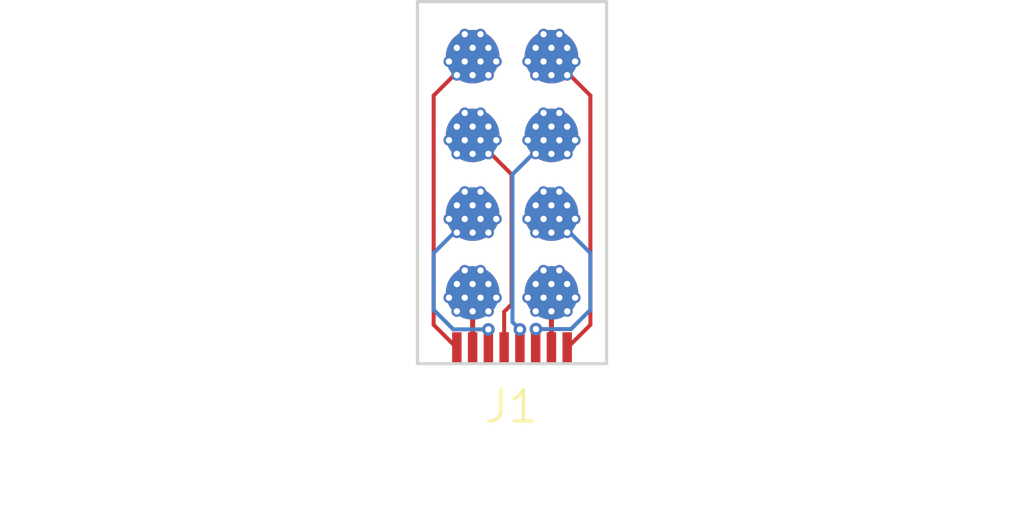
<source format=kicad_pcb>
(kicad_pcb (version 20241229) (generator "pcbnew") (generator_version "9.0")
  (layers (0 "F.Cu" signal) (2 "B.Cu" signal) (13 "F.Paste" user) (15 "B.Paste" user) (5 "F.SilkS" user "F.Silkscreen") (7 "B.SilkS" user "B.Silkscreen") (1 "F.Mask" user) (3 "B.Mask" user) (25 "Edge.Cuts" user))
  (net 0 "")
  (net 1 "Net-(J1-Pin_6)")
  (net 2 "Net-(J1-Pin_8)")
  (net 3 "Net-(J1-Pin_1)")
  (net 4 "Net-(J1-Pin_2)")
  (net 5 "Net-(J1-Pin_3)")
  (net 6 "Net-(J1-Pin_7)")
  (net 7 "Net-(J1-Pin_4)")
  (net 8 "Net-(J1-Pin_5)")
  (footprint "BrailleLibrary:Pump Pin" (layer "F.Cu") (at 154.25 54.25)
    (property "Reference" "J6" (hide yes))
    (property "Value" "Conn_01x01_Pin")
    (pad "1" thru_hole circle (at -0.75 0.153) (size 0.35 0.35) (drill 0.2) (layers "*.Cu" "*.Mask") (net 8 "Net-(J1-Pin_5)"))
    (pad "1" thru_hole circle (at -0.5 -0.28) (size 0.35 0.35) (drill 0.2) (layers "*.Cu" "*.Mask") (net 8 "Net-(J1-Pin_5)"))
    (pad "1" thru_hole circle (at -0.5 0.586) (size 0.35 0.35) (drill 0.2) (layers "*.Cu" "*.Mask") (net 8 "Net-(J1-Pin_5)"))
    (pad "1" thru_hole circle (at -0.25 -0.713) (size 0.35 0.35) (drill 0.2) (layers "*.Cu" "*.Mask") (net 8 "Net-(J1-Pin_5)"))
    (pad "1" thru_hole circle (at -0.25 0.153) (size 0.35 0.35) (drill 0.2) (layers "*.Cu" "*.Mask") (net 8 "Net-(J1-Pin_5)"))
    (pad "1" thru_hole circle (at 0 -0.28) (size 0.35 0.35) (drill 0.2) (layers "*.Cu" "*.Mask") (net 8 "Net-(J1-Pin_5)"))
    (pad "1" smd circle (at 0 0) (size 1.7 1.7) (layers "F.Cu" "F.Mask") (net 8 "Net-(J1-Pin_5)") (clearance 0))
    (pad "1" smd circle (at 0 0) (size 1.7 1.7) (layers "B.Cu" "B.Mask") (net 8 "Net-(J1-Pin_5)") (clearance 0))
    (pad "1" thru_hole circle (at 0 0.586) (size 0.35 0.35) (drill 0.2) (layers "*.Cu" "*.Mask") (net 8 "Net-(J1-Pin_5)"))
    (pad "1" thru_hole circle (at 0.25 -0.713) (size 0.35 0.35) (drill 0.2) (layers "*.Cu" "*.Mask") (net 8 "Net-(J1-Pin_5)"))
    (pad "1" thru_hole circle (at 0.25 0.153) (size 0.35 0.35) (drill 0.2) (layers "*.Cu" "*.Mask") (net 8 "Net-(J1-Pin_5)"))
    (pad "1" thru_hole circle (at 0.5 -0.28) (size 0.35 0.35) (drill 0.2) (layers "*.Cu" "*.Mask") (net 8 "Net-(J1-Pin_5)"))
    (pad "1" thru_hole circle (at 0.5 0.586) (size 0.35 0.35) (drill 0.2) (layers "*.Cu" "*.Mask") (net 8 "Net-(J1-Pin_5)"))
    (pad "1" thru_hole circle (at 0.75 0.153) (size 0.35 0.35) (drill 0.2) (layers "*.Cu" "*.Mask") (net 8 "Net-(J1-Pin_5)"))
  )
  (footprint "BrailleLibrary:Pump Pin" (layer "F.Cu") (at 151.75 51.75)
    (property "Reference" "J2" (hide yes))
    (property "Value" "Conn_01x01_Pin")
    (pad "1" thru_hole circle (at -0.75 0.153) (size 0.35 0.35) (drill 0.2) (layers "*.Cu" "*.Mask") (net 3 "Net-(J1-Pin_1)"))
    (pad "1" thru_hole circle (at -0.5 -0.28) (size 0.35 0.35) (drill 0.2) (layers "*.Cu" "*.Mask") (net 3 "Net-(J1-Pin_1)"))
    (pad "1" thru_hole circle (at -0.5 0.586) (size 0.35 0.35) (drill 0.2) (layers "*.Cu" "*.Mask") (net 3 "Net-(J1-Pin_1)"))
    (pad "1" thru_hole circle (at -0.25 -0.713) (size 0.35 0.35) (drill 0.2) (layers "*.Cu" "*.Mask") (net 3 "Net-(J1-Pin_1)"))
    (pad "1" thru_hole circle (at -0.25 0.153) (size 0.35 0.35) (drill 0.2) (layers "*.Cu" "*.Mask") (net 3 "Net-(J1-Pin_1)"))
    (pad "1" thru_hole circle (at 0 -0.28) (size 0.35 0.35) (drill 0.2) (layers "*.Cu" "*.Mask") (net 3 "Net-(J1-Pin_1)"))
    (pad "1" smd circle (at 0 0) (size 1.7 1.7) (layers "F.Cu" "F.Mask") (net 3 "Net-(J1-Pin_1)") (clearance 0))
    (pad "1" smd circle (at 0 0) (size 1.7 1.7) (layers "B.Cu" "B.Mask") (net 3 "Net-(J1-Pin_1)") (clearance 0))
    (pad "1" thru_hole circle (at 0 0.586) (size 0.35 0.35) (drill 0.2) (layers "*.Cu" "*.Mask") (net 3 "Net-(J1-Pin_1)"))
    (pad "1" thru_hole circle (at 0.25 -0.713) (size 0.35 0.35) (drill 0.2) (layers "*.Cu" "*.Mask") (net 3 "Net-(J1-Pin_1)"))
    (pad "1" thru_hole circle (at 0.25 0.153) (size 0.35 0.35) (drill 0.2) (layers "*.Cu" "*.Mask") (net 3 "Net-(J1-Pin_1)"))
    (pad "1" thru_hole circle (at 0.5 -0.28) (size 0.35 0.35) (drill 0.2) (layers "*.Cu" "*.Mask") (net 3 "Net-(J1-Pin_1)"))
    (pad "1" thru_hole circle (at 0.5 0.586) (size 0.35 0.35) (drill 0.2) (layers "*.Cu" "*.Mask") (net 3 "Net-(J1-Pin_1)"))
    (pad "1" thru_hole circle (at 0.75 0.153) (size 0.35 0.35) (drill 0.2) (layers "*.Cu" "*.Mask") (net 3 "Net-(J1-Pin_1)"))
  )
  (footprint "BrailleLibrary:Pump Pin" (layer "F.Cu") (at 154.25 51.75)
    (property "Reference" "J9" (hide yes))
    (property "Value" "Conn_01x01_Pin")
    (pad "1" thru_hole circle (at -0.75 0.153) (size 0.35 0.35) (drill 0.2) (layers "*.Cu" "*.Mask") (net 2 "Net-(J1-Pin_8)"))
    (pad "1" thru_hole circle (at -0.5 -0.28) (size 0.35 0.35) (drill 0.2) (layers "*.Cu" "*.Mask") (net 2 "Net-(J1-Pin_8)"))
    (pad "1" thru_hole circle (at -0.5 0.586) (size 0.35 0.35) (drill 0.2) (layers "*.Cu" "*.Mask") (net 2 "Net-(J1-Pin_8)"))
    (pad "1" thru_hole circle (at -0.25 -0.713) (size 0.35 0.35) (drill 0.2) (layers "*.Cu" "*.Mask") (net 2 "Net-(J1-Pin_8)"))
    (pad "1" thru_hole circle (at -0.25 0.153) (size 0.35 0.35) (drill 0.2) (layers "*.Cu" "*.Mask") (net 2 "Net-(J1-Pin_8)"))
    (pad "1" thru_hole circle (at 0 -0.28) (size 0.35 0.35) (drill 0.2) (layers "*.Cu" "*.Mask") (net 2 "Net-(J1-Pin_8)"))
    (pad "1" smd circle (at 0 0) (size 1.7 1.7) (layers "F.Cu" "F.Mask") (net 2 "Net-(J1-Pin_8)") (clearance 0))
    (pad "1" smd circle (at 0 0) (size 1.7 1.7) (layers "B.Cu" "B.Mask") (net 2 "Net-(J1-Pin_8)") (clearance 0))
    (pad "1" thru_hole circle (at 0 0.586) (size 0.35 0.35) (drill 0.2) (layers "*.Cu" "*.Mask") (net 2 "Net-(J1-Pin_8)"))
    (pad "1" thru_hole circle (at 0.25 -0.713) (size 0.35 0.35) (drill 0.2) (layers "*.Cu" "*.Mask") (net 2 "Net-(J1-Pin_8)"))
    (pad "1" thru_hole circle (at 0.25 0.153) (size 0.35 0.35) (drill 0.2) (layers "*.Cu" "*.Mask") (net 2 "Net-(J1-Pin_8)"))
    (pad "1" thru_hole circle (at 0.5 -0.28) (size 0.35 0.35) (drill 0.2) (layers "*.Cu" "*.Mask") (net 2 "Net-(J1-Pin_8)"))
    (pad "1" thru_hole circle (at 0.5 0.586) (size 0.35 0.35) (drill 0.2) (layers "*.Cu" "*.Mask") (net 2 "Net-(J1-Pin_8)"))
    (pad "1" thru_hole circle (at 0.75 0.153) (size 0.35 0.35) (drill 0.2) (layers "*.Cu" "*.Mask") (net 2 "Net-(J1-Pin_8)"))
  )
  (footprint "BrailleLibrary:Pump Pin" (layer "F.Cu") (at 151.75 54.25)
    (property "Reference" "J5" (hide yes))
    (property "Value" "Conn_01x01_Pin")
    (pad "1" thru_hole circle (at -0.75 0.153) (size 0.35 0.35) (drill 0.2) (layers "*.Cu" "*.Mask") (net 7 "Net-(J1-Pin_4)"))
    (pad "1" thru_hole circle (at -0.5 -0.28) (size 0.35 0.35) (drill 0.2) (layers "*.Cu" "*.Mask") (net 7 "Net-(J1-Pin_4)"))
    (pad "1" thru_hole circle (at -0.5 0.586) (size 0.35 0.35) (drill 0.2) (layers "*.Cu" "*.Mask") (net 7 "Net-(J1-Pin_4)"))
    (pad "1" thru_hole circle (at -0.25 -0.713) (size 0.35 0.35) (drill 0.2) (layers "*.Cu" "*.Mask") (net 7 "Net-(J1-Pin_4)"))
    (pad "1" thru_hole circle (at -0.25 0.153) (size 0.35 0.35) (drill 0.2) (layers "*.Cu" "*.Mask") (net 7 "Net-(J1-Pin_4)"))
    (pad "1" thru_hole circle (at 0 -0.28) (size 0.35 0.35) (drill 0.2) (layers "*.Cu" "*.Mask") (net 7 "Net-(J1-Pin_4)"))
    (pad "1" smd circle (at 0 0) (size 1.7 1.7) (layers "F.Cu" "F.Mask") (net 7 "Net-(J1-Pin_4)") (clearance 0))
    (pad "1" smd circle (at 0 0) (size 1.7 1.7) (layers "B.Cu" "B.Mask") (net 7 "Net-(J1-Pin_4)") (clearance 0))
    (pad "1" thru_hole circle (at 0 0.586) (size 0.35 0.35) (drill 0.2) (layers "*.Cu" "*.Mask") (net 7 "Net-(J1-Pin_4)"))
    (pad "1" thru_hole circle (at 0.25 -0.713) (size 0.35 0.35) (drill 0.2) (layers "*.Cu" "*.Mask") (net 7 "Net-(J1-Pin_4)"))
    (pad "1" thru_hole circle (at 0.25 0.153) (size 0.35 0.35) (drill 0.2) (layers "*.Cu" "*.Mask") (net 7 "Net-(J1-Pin_4)"))
    (pad "1" thru_hole circle (at 0.5 -0.28) (size 0.35 0.35) (drill 0.2) (layers "*.Cu" "*.Mask") (net 7 "Net-(J1-Pin_4)"))
    (pad "1" thru_hole circle (at 0.5 0.586) (size 0.35 0.35) (drill 0.2) (layers "*.Cu" "*.Mask") (net 7 "Net-(J1-Pin_4)"))
    (pad "1" thru_hole circle (at 0.75 0.153) (size 0.35 0.35) (drill 0.2) (layers "*.Cu" "*.Mask") (net 7 "Net-(J1-Pin_4)"))
  )
  (footprint "BrailleLibrary:Pump Pin" (layer "F.Cu") (at 151.75 56.75)
    (property "Reference" "J4" (hide yes))
    (property "Value" "Conn_01x01_Pin")
    (pad "1" thru_hole circle (at -0.75 0.153) (size 0.35 0.35) (drill 0.2) (layers "*.Cu" "*.Mask") (net 5 "Net-(J1-Pin_3)"))
    (pad "1" thru_hole circle (at -0.5 -0.28) (size 0.35 0.35) (drill 0.2) (layers "*.Cu" "*.Mask") (net 5 "Net-(J1-Pin_3)"))
    (pad "1" thru_hole circle (at -0.5 0.586) (size 0.35 0.35) (drill 0.2) (layers "*.Cu" "*.Mask") (net 5 "Net-(J1-Pin_3)"))
    (pad "1" thru_hole circle (at -0.25 -0.713) (size 0.35 0.35) (drill 0.2) (layers "*.Cu" "*.Mask") (net 5 "Net-(J1-Pin_3)"))
    (pad "1" thru_hole circle (at -0.25 0.153) (size 0.35 0.35) (drill 0.2) (layers "*.Cu" "*.Mask") (net 5 "Net-(J1-Pin_3)"))
    (pad "1" thru_hole circle (at 0 -0.28) (size 0.35 0.35) (drill 0.2) (layers "*.Cu" "*.Mask") (net 5 "Net-(J1-Pin_3)"))
    (pad "1" smd circle (at 0 0) (size 1.7 1.7) (layers "F.Cu" "F.Mask") (net 5 "Net-(J1-Pin_3)") (clearance 0))
    (pad "1" smd circle (at 0 0) (size 1.7 1.7) (layers "B.Cu" "B.Mask") (net 5 "Net-(J1-Pin_3)") (clearance 0))
    (pad "1" thru_hole circle (at 0 0.586) (size 0.35 0.35) (drill 0.2) (layers "*.Cu" "*.Mask") (net 5 "Net-(J1-Pin_3)"))
    (pad "1" thru_hole circle (at 0.25 -0.713) (size 0.35 0.35) (drill 0.2) (layers "*.Cu" "*.Mask") (net 5 "Net-(J1-Pin_3)"))
    (pad "1" thru_hole circle (at 0.25 0.153) (size 0.35 0.35) (drill 0.2) (layers "*.Cu" "*.Mask") (net 5 "Net-(J1-Pin_3)"))
    (pad "1" thru_hole circle (at 0.5 -0.28) (size 0.35 0.35) (drill 0.2) (layers "*.Cu" "*.Mask") (net 5 "Net-(J1-Pin_3)"))
    (pad "1" thru_hole circle (at 0.5 0.586) (size 0.35 0.35) (drill 0.2) (layers "*.Cu" "*.Mask") (net 5 "Net-(J1-Pin_3)"))
    (pad "1" thru_hole circle (at 0.75 0.153) (size 0.35 0.35) (drill 0.2) (layers "*.Cu" "*.Mask") (net 5 "Net-(J1-Pin_3)"))
  )
  (footprint "BrailleLibrary:Pump Pin" (layer "F.Cu") (at 151.75 59.25)
    (property "Reference" "J3" (hide yes))
    (property "Value" "Conn_01x01_Pin")
    (pad "1" thru_hole circle (at -0.75 0.153) (size 0.35 0.35) (drill 0.2) (layers "*.Cu" "*.Mask") (net 4 "Net-(J1-Pin_2)"))
    (pad "1" thru_hole circle (at -0.5 -0.28) (size 0.35 0.35) (drill 0.2) (layers "*.Cu" "*.Mask") (net 4 "Net-(J1-Pin_2)"))
    (pad "1" thru_hole circle (at -0.5 0.586) (size 0.35 0.35) (drill 0.2) (layers "*.Cu" "*.Mask") (net 4 "Net-(J1-Pin_2)"))
    (pad "1" thru_hole circle (at -0.25 -0.713) (size 0.35 0.35) (drill 0.2) (layers "*.Cu" "*.Mask") (net 4 "Net-(J1-Pin_2)"))
    (pad "1" thru_hole circle (at -0.25 0.153) (size 0.35 0.35) (drill 0.2) (layers "*.Cu" "*.Mask") (net 4 "Net-(J1-Pin_2)"))
    (pad "1" thru_hole circle (at 0 -0.28) (size 0.35 0.35) (drill 0.2) (layers "*.Cu" "*.Mask") (net 4 "Net-(J1-Pin_2)"))
    (pad "1" smd circle (at 0 0) (size 1.7 1.7) (layers "F.Cu" "F.Mask") (net 4 "Net-(J1-Pin_2)") (clearance 0))
    (pad "1" smd circle (at 0 0) (size 1.7 1.7) (layers "B.Cu" "B.Mask") (net 4 "Net-(J1-Pin_2)") (clearance 0))
    (pad "1" thru_hole circle (at 0 0.586) (size 0.35 0.35) (drill 0.2) (layers "*.Cu" "*.Mask") (net 4 "Net-(J1-Pin_2)"))
    (pad "1" thru_hole circle (at 0.25 -0.713) (size 0.35 0.35) (drill 0.2) (layers "*.Cu" "*.Mask") (net 4 "Net-(J1-Pin_2)"))
    (pad "1" thru_hole circle (at 0.25 0.153) (size 0.35 0.35) (drill 0.2) (layers "*.Cu" "*.Mask") (net 4 "Net-(J1-Pin_2)"))
    (pad "1" thru_hole circle (at 0.5 -0.28) (size 0.35 0.35) (drill 0.2) (layers "*.Cu" "*.Mask") (net 4 "Net-(J1-Pin_2)"))
    (pad "1" thru_hole circle (at 0.5 0.586) (size 0.35 0.35) (drill 0.2) (layers "*.Cu" "*.Mask") (net 4 "Net-(J1-Pin_2)"))
    (pad "1" thru_hole circle (at 0.75 0.153) (size 0.35 0.35) (drill 0.2) (layers "*.Cu" "*.Mask") (net 4 "Net-(J1-Pin_2)"))
  )
  (footprint "BrailleLibrary:Pump Pin" (layer "F.Cu") (at 154.25 56.75)
    (property "Reference" "J7" (hide yes))
    (property "Value" "Conn_01x01_Pin")
    (pad "1" thru_hole circle (at -0.75 0.153) (size 0.35 0.35) (drill 0.2) (layers "*.Cu" "*.Mask") (net 1 "Net-(J1-Pin_6)"))
    (pad "1" thru_hole circle (at -0.5 -0.28) (size 0.35 0.35) (drill 0.2) (layers "*.Cu" "*.Mask") (net 1 "Net-(J1-Pin_6)"))
    (pad "1" thru_hole circle (at -0.5 0.586) (size 0.35 0.35) (drill 0.2) (layers "*.Cu" "*.Mask") (net 1 "Net-(J1-Pin_6)"))
    (pad "1" thru_hole circle (at -0.25 -0.713) (size 0.35 0.35) (drill 0.2) (layers "*.Cu" "*.Mask") (net 1 "Net-(J1-Pin_6)"))
    (pad "1" thru_hole circle (at -0.25 0.153) (size 0.35 0.35) (drill 0.2) (layers "*.Cu" "*.Mask") (net 1 "Net-(J1-Pin_6)"))
    (pad "1" thru_hole circle (at 0 -0.28) (size 0.35 0.35) (drill 0.2) (layers "*.Cu" "*.Mask") (net 1 "Net-(J1-Pin_6)"))
    (pad "1" smd circle (at 0 0) (size 1.7 1.7) (layers "F.Cu" "F.Mask") (net 1 "Net-(J1-Pin_6)") (clearance 0))
    (pad "1" smd circle (at 0 0) (size 1.7 1.7) (layers "B.Cu" "B.Mask") (net 1 "Net-(J1-Pin_6)") (clearance 0))
    (pad "1" thru_hole circle (at 0 0.586) (size 0.35 0.35) (drill 0.2) (layers "*.Cu" "*.Mask") (net 1 "Net-(J1-Pin_6)"))
    (pad "1" thru_hole circle (at 0.25 -0.713) (size 0.35 0.35) (drill 0.2) (layers "*.Cu" "*.Mask") (net 1 "Net-(J1-Pin_6)"))
    (pad "1" thru_hole circle (at 0.25 0.153) (size 0.35 0.35) (drill 0.2) (layers "*.Cu" "*.Mask") (net 1 "Net-(J1-Pin_6)"))
    (pad "1" thru_hole circle (at 0.5 -0.28) (size 0.35 0.35) (drill 0.2) (layers "*.Cu" "*.Mask") (net 1 "Net-(J1-Pin_6)"))
    (pad "1" thru_hole circle (at 0.5 0.586) (size 0.35 0.35) (drill 0.2) (layers "*.Cu" "*.Mask") (net 1 "Net-(J1-Pin_6)"))
    (pad "1" thru_hole circle (at 0.75 0.153) (size 0.35 0.35) (drill 0.2) (layers "*.Cu" "*.Mask") (net 1 "Net-(J1-Pin_6)"))
  )
  (footprint "BrailleLibrary:FPC Connecotr" (layer "F.Cu") (at 153 61 90)
    (property "Reference" "J1" (at -1.86 -0.02 0) (layer "F.SilkS") (effects (font (thickness 0.1))))
    (property "Value" "Conn_01x08_Socket")
    (pad "1" smd rect (at 0 -1.75 90) (size 1 0.3) (layers "F.Cu" "F.Mask" "F.Paste") (net 3 "Net-(J1-Pin_1)"))
    (pad "2" smd rect (at 0 -1.25 90) (size 1 0.3) (layers "F.Cu" "F.Mask" "F.Paste") (net 4 "Net-(J1-Pin_2)"))
    (pad "3" smd rect (at 0 -0.75 90) (size 1 0.3) (layers "F.Cu" "F.Mask" "F.Paste") (net 5 "Net-(J1-Pin_3)"))
    (pad "4" smd rect (at 0 -0.25 90) (size 1 0.3) (layers "F.Cu" "F.Mask" "F.Paste") (net 7 "Net-(J1-Pin_4)"))
    (pad "5" smd rect (at 0 0.25 90) (size 1 0.3) (layers "F.Cu" "F.Mask" "F.Paste") (net 8 "Net-(J1-Pin_5)"))
    (pad "6" smd rect (at 0 0.75 90) (size 1 0.3) (layers "F.Cu" "F.Mask" "F.Paste") (net 1 "Net-(J1-Pin_6)"))
    (pad "7" smd rect (at 0 1.25 90) (size 1 0.3) (layers "F.Cu" "F.Mask" "F.Paste") (net 6 "Net-(J1-Pin_7)"))
    (pad "8" smd rect (at 0 1.75 90) (size 1 0.3) (layers "F.Cu" "F.Mask" "F.Paste") (net 2 "Net-(J1-Pin_8)"))
  )
  (footprint "BrailleLibrary:Pump Pin" (layer "F.Cu") (at 154.25 59.25)
    (property "Reference" "J8" (hide yes))
    (property "Value" "Conn_01x01_Pin")
    (pad "1" thru_hole circle (at -0.75 0.153) (size 0.35 0.35) (drill 0.2) (layers "*.Cu" "*.Mask") (net 6 "Net-(J1-Pin_7)"))
    (pad "1" thru_hole circle (at -0.5 -0.28) (size 0.35 0.35) (drill 0.2) (layers "*.Cu" "*.Mask") (net 6 "Net-(J1-Pin_7)"))
    (pad "1" thru_hole circle (at -0.5 0.586) (size 0.35 0.35) (drill 0.2) (layers "*.Cu" "*.Mask") (net 6 "Net-(J1-Pin_7)"))
    (pad "1" thru_hole circle (at -0.25 -0.713) (size 0.35 0.35) (drill 0.2) (layers "*.Cu" "*.Mask") (net 6 "Net-(J1-Pin_7)"))
    (pad "1" thru_hole circle (at -0.25 0.153) (size 0.35 0.35) (drill 0.2) (layers "*.Cu" "*.Mask") (net 6 "Net-(J1-Pin_7)"))
    (pad "1" thru_hole circle (at 0 -0.28) (size 0.35 0.35) (drill 0.2) (layers "*.Cu" "*.Mask") (net 6 "Net-(J1-Pin_7)"))
    (pad "1" smd circle (at 0 0) (size 1.7 1.7) (layers "F.Cu" "F.Mask") (net 6 "Net-(J1-Pin_7)") (clearance 0))
    (pad "1" smd circle (at 0 0) (size 1.7 1.7) (layers "B.Cu" "B.Mask") (net 6 "Net-(J1-Pin_7)") (clearance 0))
    (pad "1" thru_hole circle (at 0 0.586) (size 0.35 0.35) (drill 0.2) (layers "*.Cu" "*.Mask") (net 6 "Net-(J1-Pin_7)"))
    (pad "1" thru_hole circle (at 0.25 -0.713) (size 0.35 0.35) (drill 0.2) (layers "*.Cu" "*.Mask") (net 6 "Net-(J1-Pin_7)"))
    (pad "1" thru_hole circle (at 0.25 0.153) (size 0.35 0.35) (drill 0.2) (layers "*.Cu" "*.Mask") (net 6 "Net-(J1-Pin_7)"))
    (pad "1" thru_hole circle (at 0.5 -0.28) (size 0.35 0.35) (drill 0.2) (layers "*.Cu" "*.Mask") (net 6 "Net-(J1-Pin_7)"))
    (pad "1" thru_hole circle (at 0.5 0.586) (size 0.35 0.35) (drill 0.2) (layers "*.Cu" "*.Mask") (net 6 "Net-(J1-Pin_7)"))
    (pad "1" thru_hole circle (at 0.75 0.153) (size 0.35 0.35) (drill 0.2) (layers "*.Cu" "*.Mask") (net 6 "Net-(J1-Pin_7)"))
  )
  (gr_rect (start 150 50) (end 156 61.5) (stroke (width 0.1)) (fill no) (layer "Edge.Cuts"))
  (segment (start 153.76 60.4) (end 153.76 60.99) (width 0.16) (layer "F.Cu") (net 1))
  (segment (start 153.76 60.99) (end 153.75 61) (width 0.16) (layer "F.Cu") (net 1))
  (via (at 153.76 60.4) (size 0.4) (drill 0.2) (layers "F.Cu" "B.Cu") (net 1))
  (segment (start 154.873308 60.4) (end 155.486 59.787308) (width 0.127) (layer "B.Cu") (net 1))
  (segment (start 153.76 60.4) (end 154.873308 60.4) (width 0.127) (layer "B.Cu") (net 1))
  (segment (start 155.486 57.986) (end 154.25 56.75) (width 0.127) (layer "B.Cu") (net 1))
  (segment (start 155.486 59.787308) (end 155.486 57.986) (width 0.127) (layer "B.Cu") (net 1))
  (segment (start 154.75 61) (end 154.75 60.98) (width 0.16) (layer "F.Cu") (net 2))
  (segment (start 155.486 60.264) (end 155.486 52.986) (width 0.127) (layer "F.Cu") (net 2))
  (segment (start 154.75 61) (end 155.486 60.264) (width 0.127) (layer "F.Cu") (net 2))
  (segment (start 155.486 52.986) (end 154.25 51.75) (width 0.127) (layer "F.Cu") (net 2))
  (segment (start 154.75 60.98) (end 154.76 60.97) (width 0.16) (layer "F.Cu") (net 2))
  (segment (start 150.514 52.986) (end 151.75 51.75) (width 0.127) (layer "F.Cu") (net 3))
  (segment (start 151.25 61) (end 150.514 60.264) (width 0.127) (layer "F.Cu") (net 3))
  (segment (start 150.514 60.264) (end 150.514 52.986) (width 0.127) (layer "F.Cu") (net 3))
  (segment (start 151.75 61) (end 151.75 59.25) (width 0.16) (layer "F.Cu") (net 4))
  (segment (start 152.25 61) (end 152.25 60.41) (width 0.16) (layer "F.Cu") (net 5))
  (via (at 152.25 60.41) (size 0.4) (drill 0.2) (layers "F.Cu" "B.Cu") (net 5))
  (segment (start 150.514 57.986) (end 151.75 56.75) (width 0.127) (layer "B.Cu") (net 5))
  (segment (start 151.136692 60.41) (end 150.514 59.787308) (width 0.127) (layer "B.Cu") (net 5))
  (segment (start 150.514 59.787308) (end 150.514 57.986) (width 0.127) (layer "B.Cu") (net 5))
  (segment (start 152.25 60.41) (end 151.136692 60.41) (width 0.127) (layer "B.Cu") (net 5))
  (segment (start 154.25 61) (end 154.25 59.25) (width 0.16) (layer "F.Cu") (net 6))
  (segment (start 152.986 59.613476) (end 152.986 55.486) (width 0.127) (layer "F.Cu") (net 7))
  (segment (start 152.986 55.486) (end 151.75 54.25) (width 0.127) (layer "F.Cu") (net 7))
  (segment (start 152.75 59.849476) (end 152.986 59.613476) (width 0.127) (layer "F.Cu") (net 7))
  (segment (start 152.75 61) (end 152.75 59.849476) (width 0.127) (layer "F.Cu") (net 7))
  (segment (start 153.25 60.41) (end 153.25 61) (width 0.16) (layer "F.Cu") (net 8))
  (via (at 153.25 60.41) (size 0.4) (drill 0.2) (layers "F.Cu" "B.Cu") (net 8))
  (segment (start 153.014 60.174) (end 153.014 55.486) (width 0.127) (layer "B.Cu") (net 8))
  (segment (start 153.25 60.41) (end 153.014 60.174) (width 0.127) (layer "B.Cu") (net 8))
  (segment (start 153.014 55.486) (end 154.25 54.25) (width 0.127) (layer "B.Cu") (net 8))
)
</source>
